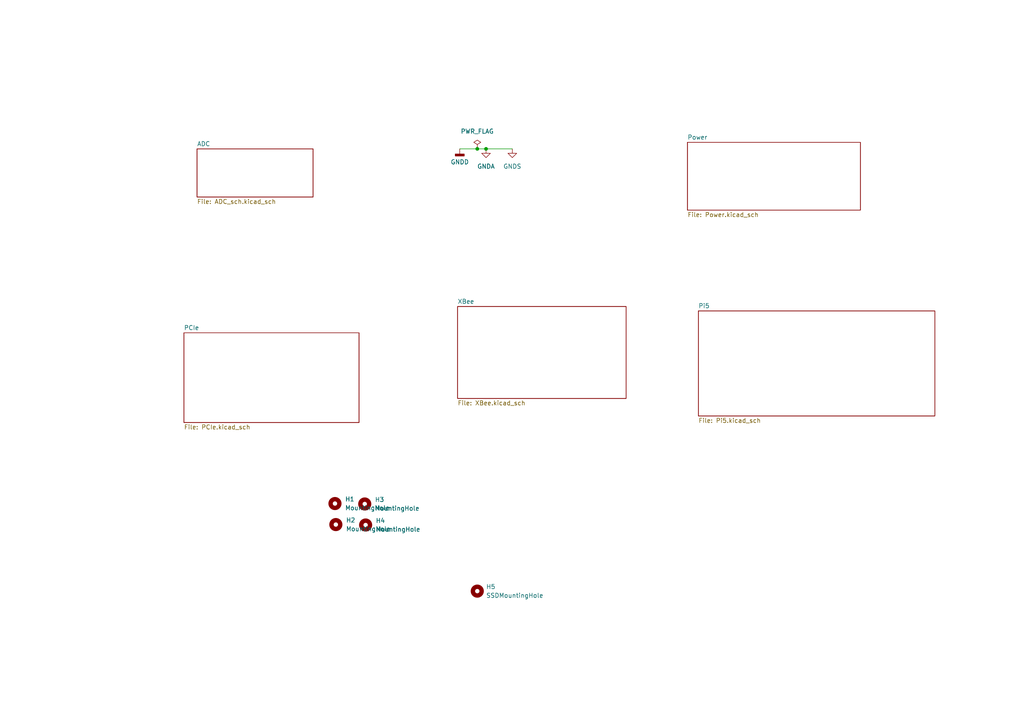
<source format=kicad_sch>
(kicad_sch (version 20231120) (generator "eeschema") (generator_version "8.0")
  (paper "A4")
  (lib_symbols
    (symbol "Mechanical:MountingHole" (pin_names (offset 1.016))
      (property "Reference" "H" (at 0 5.08 0))
      (property "Value" "MountingHole" (at 0 3.175 0))
      (symbol "MountingHole_0_1"
        (circle (center 0 0) (radius 1.27) (stroke (width 1.27)))
      )
    )
    (symbol "power:GNDA" (power) (pin_names (offset 0))
      (property "Value" "GNDA" (at 0 -3.81 0))
      (symbol "GNDA_0_1"
        (polyline (pts (xy 0 0) (xy 0 -1.27) (xy 1.27 -1.27) (xy 0 -2.54) (xy -1.27 -1.27) (xy 0 -1.27)))
      )
      (symbol "GNDA_1_1"
        (pin power_in line (at 0 0 270) (length 0) hide (name "GNDA") (number "1"))
      )
    )
    (symbol "power:GNDD" (power) (pin_names (offset 0))
      (property "Value" "GNDD" (at 0 -3.175 0))
      (symbol "GNDD_0_1"
        (rectangle (start -1.27 -1.524) (end 1.27 -2.032) (stroke (width 0.254)) (fill (type outline)))
        (polyline (pts (xy 0 0) (xy 0 -1.524)))
      )
      (symbol "GNDD_1_1"
        (pin power_in line (at 0 0 270) (length 0) hide (name "GNDD") (number "1"))
      )
    )
    (symbol "power:GNDS" (power) (pin_names (offset 0))
      (property "Value" "GNDS" (at 0 -3.81 0))
      (symbol "GNDS_0_1"
        (polyline (pts (xy 0 0) (xy 0 -1.27) (xy 1.27 -1.27) (xy 0 -2.54) (xy -1.27 -1.27) (xy 0 -1.27)))
      )
      (symbol "GNDS_1_1"
        (pin power_in line (at 0 0 270) (length 0) hide (name "GNDS") (number "1"))
      )
    )
    (symbol "power:PWR_FLAG" (power) (pin_numbers hide) (pin_names (offset 0) hide)
      (property "Value" "PWR_FLAG" (at 0 3.81 0))
      (symbol "PWR_FLAG_0_0"
        (pin power_out line (at 0 0 90) (length 0) (name "pwr") (number "1"))
      )
      (symbol "PWR_FLAG_0_1"
        (polyline (pts (xy 0 0) (xy 0 1.27) (xy -1.016 1.905) (xy 0 2.54) (xy 1.016 1.905) (xy 0 1.27)))
      )
    )
  )
  (junction (at 140.97 43.18))
  (junction (at 138.43 43.18))
  (wire (pts (xy 133.35 43.18) (xy 138.43 43.18)))
  (wire (pts (xy 138.43 43.18) (xy 140.97 43.18)))
  (wire (pts (xy 140.97 43.18) (xy 148.59 43.18)))
  (symbol (lib_id "Mechanical:MountingHole") (at 106.045 152.273 0) (unit 1)
    (property "Reference" "H4" (at 108.966 151.003 0) (effects (justify left)))
    (property "Value" "MountingHole" (at 108.966 153.543 0) (effects (justify left)))
    (property "Footprint" "MountingHole:MountingHole_2.5mm_Pad" (effects (hide yes)))
  )
  (symbol (lib_id "power:GNDS") (at 148.59 43.18 0) (unit 1)
    (property "Reference" "#PWR073" (effects (hide yes)))
    (property "Value" "GNDS" (at 148.59 48.26 0))
  )
  (symbol (lib_id "power:PWR_FLAG") (at 138.43 43.18 0) (unit 1)
    (property "Reference" "#FLG02" (effects (hide yes)))
    (property "Value" "PWR_FLAG" (at 138.43 38.1 0))
  )
  (symbol (lib_id "Mechanical:MountingHole") (at 105.791 146.177 0) (unit 1)
    (property "Reference" "H3" (at 108.712 144.907 0) (effects (justify left)))
    (property "Value" "MountingHole" (at 108.712 147.447 0) (effects (justify left)))
    (property "Footprint" "MountingHole:MountingHole_2.5mm_Pad" (effects (hide yes)))
  )
  (symbol (lib_id "Mechanical:MountingHole") (at 138.43 171.45 0) (unit 1)
    (property "Reference" "H5" (at 140.97 170.1799 0) (effects (justify left)))
    (property "Value" "SSDMountingHole" (at 140.97 172.7199 0) (effects (justify left)))
    (property "Footprint" "MountingHole:MountingHole_3.5mm_Pad" (effects (hide yes)))
  )
  (symbol (lib_id "power:GNDA") (at 140.97 43.18 0) (unit 1)
    (property "Reference" "#PWR071" (effects (hide yes)))
    (property "Value" "GNDA" (at 140.97 48.26 0))
  )
  (symbol (lib_id "Mechanical:MountingHole") (at 97.155 146.05 0) (unit 1)
    (property "Reference" "H1" (at 100.076 144.78 0) (effects (justify left)))
    (property "Value" "MountingHole" (at 100.076 147.32 0) (effects (justify left)))
    (property "Footprint" "MountingHole:MountingHole_2.5mm_Pad" (effects (hide yes)))
  )
  (symbol (lib_id "power:GNDD") (at 133.35 43.18 0) (unit 1)
    (property "Reference" "#PWR062" (effects (hide yes)))
    (property "Value" "GNDD" (at 133.35 46.99 0))
  )
  (symbol (lib_id "Mechanical:MountingHole") (at 97.409 152.146 0) (unit 1)
    (property "Reference" "H2" (at 100.33 150.876 0) (effects (justify left)))
    (property "Value" "MountingHole" (at 100.33 153.416 0) (effects (justify left)))
    (property "Footprint" "MountingHole:MountingHole_2.5mm_Pad" (effects (hide yes)))
  )
  (sheet (at 202.565 90.17) (size 68.58 30.48) (stroke (width 0.1524))
    (property "Sheetname" "Pi5" (at 202.565 89.4584 0) (effects (justify left bottom)))
    (property "Sheetfile" "Pi5.kicad_sch" (at 202.565 121.2346 0) (effects (justify left top)))
  )
  (sheet (at 132.715 88.9) (size 48.895 26.67) (stroke (width 0.1524))
    (property "Sheetname" "XBee" (at 132.715 88.1884 0) (effects (justify left bottom)))
    (property "Sheetfile" "XBee.kicad_sch" (at 132.715 116.1546 0) (effects (justify left top)))
  )
  (sheet (at 53.34 96.52) (size 50.8 26.035) (stroke (width 0.1524))
    (property "Sheetname" "PCIe" (at 53.34 95.8084 0) (effects (justify left bottom)))
    (property "Sheetfile" "PCIe.kicad_sch" (at 53.34 123.1396 0) (effects (justify left top)))
  )
  (sheet (at 57.15 43.18) (size 33.655 13.97) (stroke (width 0.1524))
    (property "Sheetname" "ADC" (at 57.15 42.4684 0) (effects (justify left bottom)))
    (property "Sheetfile" "ADC_sch.kicad_sch" (at 57.15 57.7346 0) (effects (justify left top)))
  )
  (sheet (at 199.39 41.275) (size 50.165 19.685) (stroke (width 0.1524))
    (property "Sheetname" "Power" (at 199.39 40.5634 0) (effects (justify left bottom)))
    (property "Sheetfile" "Power.kicad_sch" (at 199.39 61.5446 0) (effects (justify left top)))
  )
)
</source>
